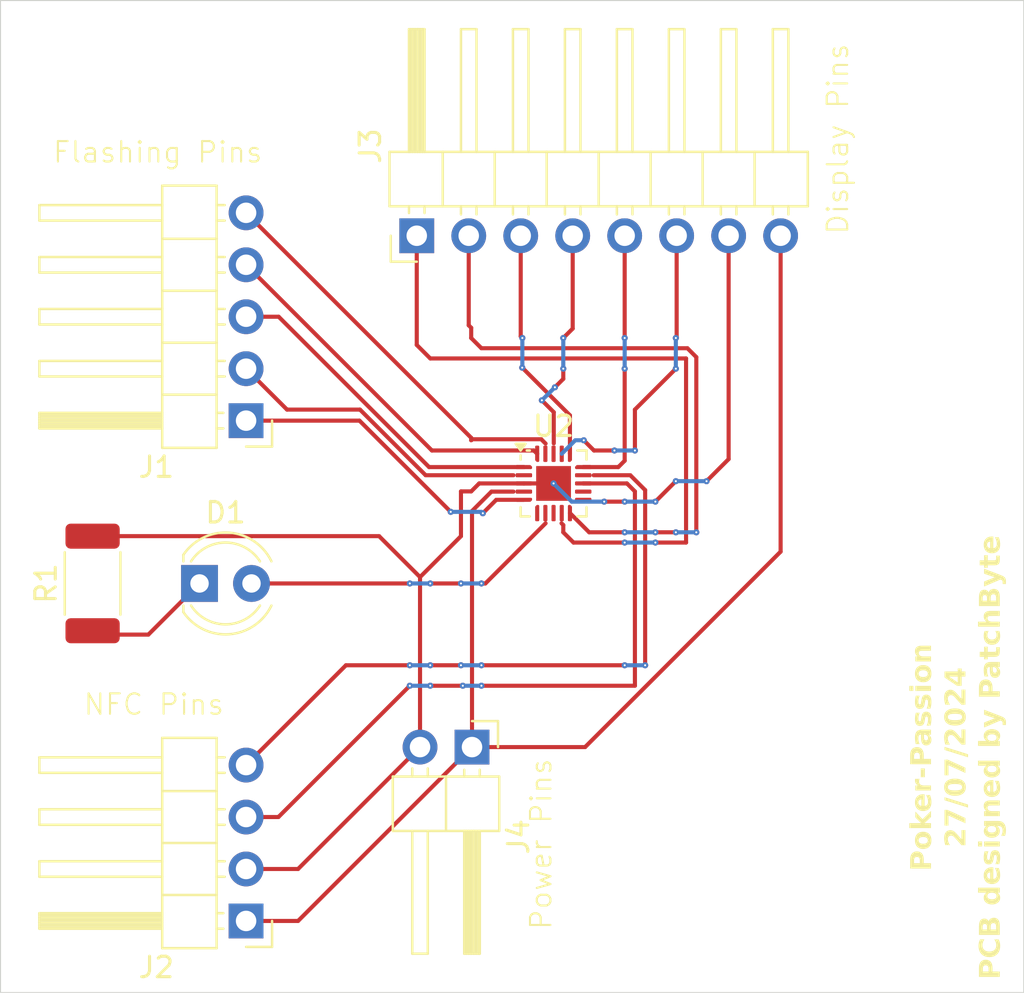
<source format=kicad_pcb>
(kicad_pcb (version 20240108) (generator "pcbnew") (generator_version "8.0")
  (layers (0 "F.Cu" signal) (31 "B.Cu" signal) (34 "B.Paste" user) (35 "F.Paste" user) (36 "B.SilkS" user "B.Silkscreen") (37 "F.SilkS" user "F.Silkscreen") (38 "B.Mask" user) (39 "F.Mask" user) (44 "Edge.Cuts" user))
  (net 0 "")
  (net 1 "Led0")
  (net 2 "Net-(D1-K)")
  (net 3 "/Sck0")
  (net 4 "/Ss0")
  (net 5 "/Miso0")
  (net 6 "/Mosi0")
  (net 7 "/Reset0")
  (net 8 "SDA")
  (net 9 "VCC")
  (net 10 "SCL")
  (net 11 "GND")
  (net 12 "DspRst")
  (net 13 "Miso1")
  (net 14 "Ss1")
  (net 15 "Sck1")
  (net 16 "DspBusy")
  (net 17 "Mosi1")
  (footprint "Resistor_SMD:R_2010_5025Metric" (layer "F.Cu") (at 29.5 53 90)
    (property "Reference" "R1" (at 0 -2.28 90) (layer "F.SilkS"))
    (property "Value" "1k Ohm")
    (fp_line (start -1.527064 -1.36) (end 1.527064 -1.36) (stroke (width 0.12)) (layer "F.SilkS"))
    (fp_line (start -1.527064 1.36) (end 1.527064 1.36) (stroke (width 0.12)) (layer "F.SilkS"))
    (pad "1" smd roundrect (at -2.3125 0 90) (size 1.225 2.65) (layers "F.Cu" "F.Paste" "F.Mask") (roundrect_rratio 0.204082) (net 2 "Net-(D1-K)"))
    (pad "2" smd roundrect (at 2.3125 0 90) (size 1.225 2.65) (layers "F.Cu" "F.Paste" "F.Mask") (roundrect_rratio 0.204082) (net 11 "GND"))
  )
  (footprint "LED_THT:LED_D4.0mm" (layer "F.Cu") (at 34.725 53)
    (property "Reference" "D1" (at 1.27 -3.46 0) (layer "F.SilkS"))
    (property "Value" "LED")
    (fp_line (start -0.79 -1.399) (end -0.79 -1.08) (stroke (width 0.12)) (layer "F.SilkS"))
    (fp_line (start -0.79 1.08) (end -0.79 1.399) (stroke (width 0.12)) (layer "F.SilkS"))
    (fp_arc (start -0.79 -1.398749) (mid 1.453519 -2.483228) (end 3.513242 -1.080724) (stroke (width 0.12)) (layer "F.SilkS"))
    (fp_arc (start -0.41333 -1.08) (mid 1.269429 -2) (end 2.952713 -1.080961) (stroke (width 0.12)) (layer "F.SilkS"))
    (fp_arc (start 2.952713 1.080961) (mid 1.269429 2) (end -0.41333 1.08) (stroke (width 0.12)) (layer "F.SilkS"))
    (fp_arc (start 3.513242 1.080724) (mid 1.453519 2.483228) (end -0.79 1.398749) (stroke (width 0.12)) (layer "F.SilkS"))
    (pad "1" thru_hole rect (at 0 0) (size 1.8 1.8) (drill 0.9) (layers "*.Cu" "*.Mask") (net 2 "Net-(D1-K)"))
    (pad "2" thru_hole circle (at 2.54 0) (size 1.8 1.8) (drill 0.9) (layers "*.Cu" "*.Mask") (net 1 "Led0"))
  )
  (footprint "Connector_PinHeader_2.54mm:PinHeader_1x08_P2.54mm_Horizontal" (layer "F.Cu") (at 45.34 36 90)
    (property "Reference" "J3" (at 4.385 -2.27 90) (layer "F.SilkS"))
    (property "Value" "Conn_01x08_Pin")
    (fp_line (start 4.1 -1.33) (end 1.44 -1.33) (stroke (width 0.12)) (layer "F.SilkS"))
    (fp_line (start 1.44 -1.33) (end 1.44 19.11) (stroke (width 0.12)) (layer "F.SilkS"))
    (fp_line (start -1.27 -1.27) (end 0 -1.27) (stroke (width 0.12)) (layer "F.SilkS"))
    (fp_line (start 10.1 -0.38) (end 10.1 0.38) (stroke (width 0.12)) (layer "F.SilkS"))
    (fp_line (start 4.1 -0.38) (end 10.1 -0.38) (stroke (width 0.12)) (layer "F.SilkS"))
    (fp_line (start 1.11 -0.38) (end 1.44 -0.38) (stroke (width 0.12)) (layer "F.SilkS"))
    (fp_line (start 4.1 -0.32) (end 10.1 -0.32) (stroke (width 0.12)) (layer "F.SilkS"))
    (fp_line (start 4.1 -0.2) (end 10.1 -0.2) (stroke (width 0.12)) (layer "F.SilkS"))
    (fp_line (start 4.1 -0.08) (end 10.1 -0.08) (stroke (width 0.12)) (layer "F.SilkS"))
    (fp_line (start -1.27 0) (end -1.27 -1.27) (stroke (width 0.12)) (layer "F.SilkS"))
    (fp_line (start 4.1 0.04) (end 10.1 0.04) (stroke (width 0.12)) (layer "F.SilkS"))
    (fp_line (start 4.1 0.16) (end 10.1 0.16) (stroke (width 0.12)) (layer "F.SilkS"))
    (fp_line (start 4.1 0.28) (end 10.1 0.28) (stroke (width 0.12)) (layer "F.SilkS"))
    (fp_line (start 10.1 0.38) (end 4.1 0.38) (stroke (width 0.12)) (layer "F.SilkS"))
    (fp_line (start 1.11 0.38) (end 1.44 0.38) (stroke (width 0.12)) (layer "F.SilkS"))
    (fp_line (start 1.44 1.27) (end 4.1 1.27) (stroke (width 0.12)) (layer "F.SilkS"))
    (fp_line (start 10.1 2.16) (end 10.1 2.92) (stroke (width 0.12)) (layer "F.SilkS"))
    (fp_line (start 4.1 2.16) (end 10.1 2.16) (stroke (width 0.12)) (layer "F.SilkS"))
    (fp_line (start 1.042929 2.16) (end 1.44 2.16) (stroke (width 0.12)) (layer "F.SilkS"))
    (fp_line (start 10.1 2.92) (end 4.1 2.92) (stroke (width 0.12)) (layer "F.SilkS"))
    (fp_line (start 1.042929 2.92) (end 1.44 2.92) (stroke (width 0.12)) (layer "F.SilkS"))
    (fp_line (start 1.44 3.81) (end 4.1 3.81) (stroke (width 0.12)) (layer "F.SilkS"))
    (fp_line (start 10.1 4.7) (end 10.1 5.46) (stroke (width 0.12)) (layer "F.SilkS"))
    (fp_line (start 4.1 4.7) (end 10.1 4.7) (stroke (width 0.12)) (layer "F.SilkS"))
    (fp_line (start 1.042929 4.7) (end 1.44 4.7) (stroke (width 0.12)) (layer "F.SilkS"))
    (fp_line (start 10.1 5.46) (end 4.1 5.46) (stroke (width 0.12)) (layer "F.SilkS"))
    (fp_line (start 1.042929 5.46) (end 1.44 5.46) (stroke (width 0.12)) (layer "F.SilkS"))
    (fp_line (start 1.44 6.35) (end 4.1 6.35) (stroke (width 0.12)) (layer "F.SilkS"))
    (fp_line (start 10.1 7.24) (end 10.1 8) (stroke (width 0.12)) (layer "F.SilkS"))
    (fp_line (start 4.1 7.24) (end 10.1 7.24) (stroke (width 0.12)) (layer "F.SilkS"))
    (fp_line (start 1.042929 7.24) (end 1.44 7.24) (stroke (width 0.12)) (layer "F.SilkS"))
    (fp_line (start 10.1 8) (end 4.1 8) (stroke (width 0.12)) (layer "F.SilkS"))
    (fp_line (start 1.042929 8) (end 1.44 8) (stroke (width 0.12)) (layer "F.SilkS"))
    (fp_line (start 1.44 8.89) (end 4.1 8.89) (stroke (width 0.12)) (layer "F.SilkS"))
    (fp_line (start 10.1 9.78) (end 10.1 10.54) (stroke (width 0.12)) (layer "F.SilkS"))
    (fp_line (start 4.1 9.78) (end 10.1 9.78) (stroke (width 0.12)) (layer "F.SilkS"))
    (fp_line (start 1.042929 9.78) (end 1.44 9.78) (stroke (width 0.12)) (layer "F.SilkS"))
    (fp_line (start 10.1 10.54) (end 4.1 10.54) (stroke (width 0.12)) (layer "F.SilkS"))
    (fp_line (start 1.042929 10.54) (end 1.44 10.54) (stroke (width 0.12)) (layer "F.SilkS"))
    (fp_line (start 1.44 11.43) (end 4.1 11.43) (stroke (width 0.12)) (layer "F.SilkS"))
    (fp_line (start 10.1 12.32) (end 10.1 13.08) (stroke (width 0.12)) (layer "F.SilkS"))
    (fp_line (start 4.1 12.32) (end 10.1 12.32) (stroke (width 0.12)) (layer "F.SilkS"))
    (fp_line (start 1.042929 12.32) (end 1.44 12.32) (stroke (width 0.12)) (layer "F.SilkS"))
    (fp_line (start 10.1 13.08) (end 4.1 13.08) (stroke (width 0.12)) (layer "F.SilkS"))
    (fp_line (start 1.042929 13.08) (end 1.44 13.08) (stroke (width 0.12)) (layer "F.SilkS"))
    (fp_line (start 1.44 13.97) (end 4.1 13.97) (stroke (width 0.12)) (layer "F.SilkS"))
    (fp_line (start 10.1 14.86) (end 10.1 15.62) (stroke (width 0.12)) (layer "F.SilkS"))
    (fp_line (start 4.1 14.86) (end 10.1 14.86) (stroke (width 0.12)) (layer "F.SilkS"))
    (fp_line (start 1.042929 14.86) (end 1.44 14.86) (stroke (width 0.12)) (layer "F.SilkS"))
    (fp_line (start 10.1 15.62) (end 4.1 15.62) (stroke (width 0.12)) (layer "F.SilkS"))
    (fp_line (start 1.042929 15.62) (end 1.44 15.62) (stroke (width 0.12)) (layer "F.SilkS"))
    (fp_line (start 1.44 16.51) (end 4.1 16.51) (stroke (width 0.12)) (layer "F.SilkS"))
    (fp_line (start 10.1 17.4) (end 10.1 18.16) (stroke (width 0.12)) (layer "F.SilkS"))
    (fp_line (start 4.1 17.4) (end 10.1 17.4) (stroke (width 0.12)) (layer "F.SilkS"))
    (fp_line (start 1.042929 17.4) (end 1.44 17.4) (stroke (width 0.12)) (layer "F.SilkS"))
    (fp_line (start 10.1 18.16) (end 4.1 18.16) (stroke (width 0.12)) (layer "F.SilkS"))
    (fp_line (start 1.042929 18.16) (end 1.44 18.16) (stroke (width 0.12)) (layer "F.SilkS"))
    (fp_line (start 4.1 19.11) (end 4.1 -1.33) (stroke (width 0.12)) (layer "F.SilkS"))
    (fp_line (start 1.44 19.11) (end 4.1 19.11) (stroke (width 0.12)) (layer "F.SilkS"))
    (pad "1" thru_hole rect (at 0 0 90) (size 1.7 1.7) (drill 1) (layers "*.Cu" "*.Mask") (net 12 "DspRst"))
    (pad "2" thru_hole oval (at 0 2.54 90) (size 1.7 1.7) (drill 1) (layers "*.Cu" "*.Mask") (net 16 "DspBusy"))
    (pad "3" thru_hole oval (at 0 5.08 90) (size 1.7 1.7) (drill 1) (layers "*.Cu" "*.Mask") (net 13 "Miso1"))
    (pad "4" thru_hole oval (at 0 7.62 90) (size 1.7 1.7) (drill 1) (layers "*.Cu" "*.Mask") (net 14 "Ss1"))
    (pad "5" thru_hole oval (at 0 10.16 90) (size 1.7 1.7) (drill 1) (layers "*.Cu" "*.Mask") (net 15 "Sck1"))
    (pad "6" thru_hole oval (at 0 12.7 90) (size 1.7 1.7) (drill 1) (layers "*.Cu" "*.Mask") (net 17 "Mosi1"))
    (pad "7" thru_hole oval (at 0 15.24 90) (size 1.7 1.7) (drill 1) (layers "*.Cu" "*.Mask") (net 11 "GND"))
    (pad "8" thru_hole oval (at 0 17.78 90) (size 1.7 1.7) (drill 1) (layers "*.Cu" "*.Mask") (net 9 "VCC"))
  )
  (footprint "Connector_PinHeader_2.54mm:PinHeader_1x02_P2.54mm_Horizontal" (layer "F.Cu") (at 48.04 61 -90)
    (property "Reference" "J4" (at 4.385 -2.27 90) (layer "F.SilkS"))
    (property "Value" "Conn_01x02_Pin")
    (fp_line (start 1.44 3.87) (end 4.1 3.87) (stroke (width 0.12)) (layer "F.SilkS"))
    (fp_line (start 4.1 3.87) (end 4.1 -1.33) (stroke (width 0.12)) (layer "F.SilkS"))
    (fp_line (start 1.042929 2.92) (end 1.44 2.92) (stroke (width 0.12)) (layer "F.SilkS"))
    (fp_line (start 10.1 2.92) (end 4.1 2.92) (stroke (width 0.12)) (layer "F.SilkS"))
    (fp_line (start 1.042929 2.16) (end 1.44 2.16) (stroke (width 0.12)) (layer "F.SilkS"))
    (fp_line (start 4.1 2.16) (end 10.1 2.16) (stroke (width 0.12)) (layer "F.SilkS"))
    (fp_line (start 10.1 2.16) (end 10.1 2.92) (stroke (width 0.12)) (layer "F.SilkS"))
    (fp_line (start 1.44 1.27) (end 4.1 1.27) (stroke (width 0.12)) (layer "F.SilkS"))
    (fp_line (start 1.11 0.38) (end 1.44 0.38) (stroke (width 0.12)) (layer "F.SilkS"))
    (fp_line (start 10.1 0.38) (end 4.1 0.38) (stroke (width 0.12)) (layer "F.SilkS"))
    (fp_line (start 4.1 0.28) (end 10.1 0.28) (stroke (width 0.12)) (layer "F.SilkS"))
    (fp_line (start 4.1 0.16) (end 10.1 0.16) (stroke (width 0.12)) (layer "F.SilkS"))
    (fp_line (start 4.1 0.04) (end 10.1 0.04) (stroke (width 0.12)) (layer "F.SilkS"))
    (fp_line (start -1.27 0) (end -1.27 -1.27) (stroke (width 0.12)) (layer "F.SilkS"))
    (fp_line (start 4.1 -0.08) (end 10.1 -0.08) (stroke (width 0.12)) (layer "F.SilkS"))
    (fp_line (start 4.1 -0.2) (end 10.1 -0.2) (stroke (width 0.12)) (layer "F.SilkS"))
    (fp_line (start 4.1 -0.32) (end 10.1 -0.32) (stroke (width 0.12)) (layer "F.SilkS"))
    (fp_line (start 1.11 -0.38) (end 1.44 -0.38) (stroke (width 0.12)) (layer "F.SilkS"))
    (fp_line (start 4.1 -0.38) (end 10.1 -0.38) (stroke (width 0.12)) (layer "F.SilkS"))
    (fp_line (start 10.1 -0.38) (end 10.1 0.38) (stroke (width 0.12)) (layer "F.SilkS"))
    (fp_line (start -1.27 -1.27) (end 0 -1.27) (stroke (width 0.12)) (layer "F.SilkS"))
    (fp_line (start 1.44 -1.33) (end 1.44 3.87) (stroke (width 0.12)) (layer "F.SilkS"))
    (fp_line (start 4.1 -1.33) (end 1.44 -1.33) (stroke (width 0.12)) (layer "F.SilkS"))
    (pad "1" thru_hole rect (at 0 0 270) (size 1.7 1.7) (drill 1) (layers "*.Cu" "*.Mask") (net 9 "VCC"))
    (pad "2" thru_hole oval (at 0 2.54 270) (size 1.7 1.7) (drill 1) (layers "*.Cu" "*.Mask") (net 11 "GND"))
  )
  (footprint "Connector_PinHeader_2.54mm:PinHeader_1x04_P2.54mm_Horizontal" (layer "F.Cu") (at 37 69.5 180)
    (property "Reference" "J2" (at 4.385 -2.27 360) (layer "F.SilkS"))
    (property "Value" "Conn_01x04_Pin")
    (fp_line (start 10.1 8) (end 4.1 8) (stroke (width 0.12)) (layer "F.SilkS"))
    (fp_line (start 10.1 7.24) (end 10.1 8) (stroke (width 0.12)) (layer "F.SilkS"))
    (fp_line (start 10.1 5.46) (end 4.1 5.46) (stroke (width 0.12)) (layer "F.SilkS"))
    (fp_line (start 10.1 4.7) (end 10.1 5.46) (stroke (width 0.12)) (layer "F.SilkS"))
    (fp_line (start 10.1 2.92) (end 4.1 2.92) (stroke (width 0.12)) (layer "F.SilkS"))
    (fp_line (start 10.1 2.16) (end 10.1 2.92) (stroke (width 0.12)) (layer "F.SilkS"))
    (fp_line (start 10.1 0.38) (end 4.1 0.38) (stroke (width 0.12)) (layer "F.SilkS"))
    (fp_line (start 10.1 -0.38) (end 10.1 0.38) (stroke (width 0.12)) (layer "F.SilkS"))
    (fp_line (start 4.1 8.95) (end 4.1 -1.33) (stroke (width 0.12)) (layer "F.SilkS"))
    (fp_line (start 4.1 7.24) (end 10.1 7.24) (stroke (width 0.12)) (layer "F.SilkS"))
    (fp_line (start 4.1 4.7) (end 10.1 4.7) (stroke (width 0.12)) (layer "F.SilkS"))
    (fp_line (start 4.1 2.16) (end 10.1 2.16) (stroke (width 0.12)) (layer "F.SilkS"))
    (fp_line (start 4.1 0.28) (end 10.1 0.28) (stroke (width 0.12)) (layer "F.SilkS"))
    (fp_line (start 4.1 0.16) (end 10.1 0.16) (stroke (width 0.12)) (layer "F.SilkS"))
    (fp_line (start 4.1 0.04) (end 10.1 0.04) (stroke (width 0.12)) (layer "F.SilkS"))
    (fp_line (start 4.1 -0.08) (end 10.1 -0.08) (stroke (width 0.12)) (layer "F.SilkS"))
    (fp_line (start 4.1 -0.2) (end 10.1 -0.2) (stroke (width 0.12)) (layer "F.SilkS"))
    (fp_line (start 4.1 -0.32) (end 10.1 -0.32) (stroke (width 0.12)) (layer "F.SilkS"))
    (fp_line (start 4.1 -0.38) (end 10.1 -0.38) (stroke (width 0.12)) (layer "F.SilkS"))
    (fp_line (start 4.1 -1.33) (end 1.44 -1.33) (stroke (width 0.12)) (layer "F.SilkS"))
    (fp_line (start 1.44 8.95) (end 4.1 8.95) (stroke (width 0.12)) (layer "F.SilkS"))
    (fp_line (start 1.44 6.35) (end 4.1 6.35) (stroke (width 0.12)) (layer "F.SilkS"))
    (fp_line (start 1.44 3.81) (end 4.1 3.81) (stroke (width 0.12)) (layer "F.SilkS"))
    (fp_line (start 1.44 1.27) (end 4.1 1.27) (stroke (width 0.12)) (layer "F.SilkS"))
    (fp_line (start 1.44 -1.33) (end 1.44 8.95) (stroke (width 0.12)) (layer "F.SilkS"))
    (fp_line (start 1.11 0.38) (end 1.44 0.38) (stroke (width 0.12)) (layer "F.SilkS"))
    (fp_line (start 1.11 -0.38) (end 1.44 -0.38) (stroke (width 0.12)) (layer "F.SilkS"))
    (fp_line (start 1.042929 8) (end 1.44 8) (stroke (width 0.12)) (layer "F.SilkS"))
    (fp_line (start 1.042929 7.24) (end 1.44 7.24) (stroke (width 0.12)) (layer "F.SilkS"))
    (fp_line (start 1.042929 5.46) (end 1.44 5.46) (stroke (width 0.12)) (layer "F.SilkS"))
    (fp_line (start 1.042929 4.7) (end 1.44 4.7) (stroke (width 0.12)) (layer "F.SilkS"))
    (fp_line (start 1.042929 2.92) (end 1.44 2.92) (stroke (width 0.12)) (layer "F.SilkS"))
    (fp_line (start 1.042929 2.16) (end 1.44 2.16) (stroke (width 0.12)) (layer "F.SilkS"))
    (fp_line (start -1.27 0) (end -1.27 -1.27) (stroke (width 0.12)) (layer "F.SilkS"))
    (fp_line (start -1.27 -1.27) (end 0 -1.27) (stroke (width 0.12)) (layer "F.SilkS"))
    (pad "1" thru_hole rect (at 0 0 180) (size 1.7 1.7) (drill 1) (layers "*.Cu" "*.Mask") (net 9 "VCC"))
    (pad "2" thru_hole oval (at 0 2.54 180) (size 1.7 1.7) (drill 1) (layers "*.Cu" "*.Mask") (net 11 "GND"))
    (pad "3" thru_hole oval (at 0 5.08 180) (size 1.7 1.7) (drill 1) (layers "*.Cu" "*.Mask") (net 8 "SDA"))
    (pad "4" thru_hole oval (at 0 7.62 180) (size 1.7 1.7) (drill 1) (layers "*.Cu" "*.Mask") (net 10 "SCL"))
  )
  (footprint "Connector_PinHeader_2.54mm:PinHeader_1x05_P2.54mm_Horizontal" (layer "F.Cu") (at 37 45.04 180)
    (property "Reference" "J1" (at 4.385 -2.27 360) (layer "F.SilkS"))
    (property "Value" "Conn_01x05_Pin")
    (fp_line (start 10.1 10.54) (end 4.1 10.54) (stroke (width 0.12)) (layer "F.SilkS"))
    (fp_line (start 10.1 9.78) (end 10.1 10.54) (stroke (width 0.12)) (layer "F.SilkS"))
    (fp_line (start 10.1 8) (end 4.1 8) (stroke (width 0.12)) (layer "F.SilkS"))
    (fp_line (start 10.1 7.24) (end 10.1 8) (stroke (width 0.12)) (layer "F.SilkS"))
    (fp_line (start 10.1 5.46) (end 4.1 5.46) (stroke (width 0.12)) (layer "F.SilkS"))
    (fp_line (start 10.1 4.7) (end 10.1 5.46) (stroke (width 0.12)) (layer "F.SilkS"))
    (fp_line (start 10.1 2.92) (end 4.1 2.92) (stroke (width 0.12)) (layer "F.SilkS"))
    (fp_line (start 10.1 2.16) (end 10.1 2.92) (stroke (width 0.12)) (layer "F.SilkS"))
    (fp_line (start 10.1 0.38) (end 4.1 0.38) (stroke (width 0.12)) (layer "F.SilkS"))
    (fp_line (start 10.1 -0.38) (end 10.1 0.38) (stroke (width 0.12)) (layer "F.SilkS"))
    (fp_line (start 4.1 11.49) (end 4.1 -1.33) (stroke (width 0.12)) (layer "F.SilkS"))
    (fp_line (start 4.1 9.78) (end 10.1 9.78) (stroke (width 0.12)) (layer "F.SilkS"))
    (fp_line (start 4.1 7.24) (end 10.1 7.24) (stroke (width 0.12)) (layer "F.SilkS"))
    (fp_line (start 4.1 4.7) (end 10.1 4.7) (stroke (width 0.12)) (layer "F.SilkS"))
    (fp_line (start 4.1 2.16) (end 10.1 2.16) (stroke (width 0.12)) (layer "F.SilkS"))
    (fp_line (start 4.1 0.28) (end 10.1 0.28) (stroke (width 0.12)) (layer "F.SilkS"))
    (fp_line (start 4.1 0.16) (end 10.1 0.16) (stroke (width 0.12)) (layer "F.SilkS"))
    (fp_line (start 4.1 0.04) (end 10.1 0.04) (stroke (width 0.12)) (layer "F.SilkS"))
    (fp_line (start 4.1 -0.08) (end 10.1 -0.08) (stroke (width 0.12)) (layer "F.SilkS"))
    (fp_line (start 4.1 -0.2) (end 10.1 -0.2) (stroke (width 0.12)) (layer "F.SilkS"))
    (fp_line (start 4.1 -0.32) (end 10.1 -0.32) (stroke (width 0.12)) (layer "F.SilkS"))
    (fp_line (start 4.1 -0.38) (end 10.1 -0.38) (stroke (width 0.12)) (layer "F.SilkS"))
    (fp_line (start 4.1 -1.33) (end 1.44 -1.33) (stroke (width 0.12)) (layer "F.SilkS"))
    (fp_line (start 1.44 11.49) (end 4.1 11.49) (stroke (width 0.12)) (layer "F.SilkS"))
    (fp_line (start 1.44 8.89) (end 4.1 8.89) (stroke (width 0.12)) (layer "F.SilkS"))
    (fp_line (start 1.44 6.35) (end 4.1 6.35) (stroke (width 0.12)) (layer "F.SilkS"))
    (fp_line (start 1.44 3.81) (end 4.1 3.81) (stroke (width 0.12)) (layer "F.SilkS"))
    (fp_line (start 1.44 1.27) (end 4.1 1.27) (stroke (width 0.12)) (layer "F.SilkS"))
    (fp_line (start 1.44 -1.33) (end 1.44 11.49) (stroke (width 0.12)) (layer "F.SilkS"))
    (fp_line (start 1.11 0.38) (end 1.44 0.38) (stroke (width 0.12)) (layer "F.SilkS"))
    (fp_line (start 1.11 -0.38) (end 1.44 -0.38) (stroke (width 0.12)) (layer "F.SilkS"))
    (fp_line (start 1.042929 10.54) (end 1.44 10.54) (stroke (width 0.12)) (layer "F.SilkS"))
    (fp_line (start 1.042929 9.78) (end 1.44 9.78) (stroke (width 0.12)) (layer "F.SilkS"))
    (fp_line (start 1.042929 8) (end 1.44 8) (stroke (width 0.12)) (layer "F.SilkS"))
    (fp_line (start 1.042929 7.24) (end 1.44 7.24) (stroke (width 0.12)) (layer "F.SilkS"))
    (fp_line (start 1.042929 5.46) (end 1.44 5.46) (stroke (width 0.12)) (layer "F.SilkS"))
    (fp_line (start 1.042929 4.7) (end 1.44 4.7) (stroke (width 0.12)) (layer "F.SilkS"))
    (fp_line (start 1.042929 2.92) (end 1.44 2.92) (stroke (width 0.12)) (layer "F.SilkS"))
    (fp_line (start 1.042929 2.16) (end 1.44 2.16) (stroke (width 0.12)) (layer "F.SilkS"))
    (fp_line (start -1.27 0) (end -1.27 -1.27) (stroke (width 0.12)) (layer "F.SilkS"))
    (fp_line (start -1.27 -1.27) (end 0 -1.27) (stroke (width 0.12)) (layer "F.SilkS"))
    (pad "1" thru_hole rect (at 0 0 180) (size 1.7 1.7) (drill 1) (layers "*.Cu" "*.Mask") (net 4 "/Ss0"))
    (pad "2" thru_hole oval (at 0 2.54 180) (size 1.7 1.7) (drill 1) (layers "*.Cu" "*.Mask") (net 3 "/Sck0"))
    (pad "3" thru_hole oval (at 0 5.08 180) (size 1.7 1.7) (drill 1) (layers "*.Cu" "*.Mask") (net 5 "/Miso0"))
    (pad "4" thru_hole oval (at 0 7.62 180) (size 1.7 1.7) (drill 1) (layers "*.Cu" "*.Mask") (net 6 "/Mosi0"))
    (pad "5" thru_hole oval (at 0 10.16 180) (size 1.7 1.7) (drill 1) (layers "*.Cu" "*.Mask") (net 7 "/Reset0"))
  )
  (footprint "Package_DFN_QFN:VQFN-20-1EP_3x3mm_P0.4mm_EP1.7x1.7mm" (layer "F.Cu") (at 52.025 48.11)
    (property "Reference" "U2" (at 0 -2.8 0) (layer "F.SilkS"))
    (property "Value" "ATtiny1616-M")
    (fp_line (start -1.61 -1.16) (end -1.61 -1.37) (stroke (width 0.12)) (layer "F.SilkS"))
    (fp_line (start -1.61 1.61) (end -1.61 1.16) (stroke (width 0.12)) (layer "F.SilkS"))
    (fp_line (start -1.16 -1.61) (end -1.31 -1.61) (stroke (width 0.12)) (layer "F.SilkS"))
    (fp_line (start -1.16 1.61) (end -1.61 1.61) (stroke (width 0.12)) (layer "F.SilkS"))
    (fp_line (start 1.16 -1.61) (end 1.61 -1.61) (stroke (width 0.12)) (layer "F.SilkS"))
    (fp_line (start 1.16 1.61) (end 1.61 1.61) (stroke (width 0.12)) (layer "F.SilkS"))
    (fp_line (start 1.61 -1.61) (end 1.61 -1.16) (stroke (width 0.12)) (layer "F.SilkS"))
    (fp_line (start 1.61 1.61) (end 1.61 1.16) (stroke (width 0.12)) (layer "F.SilkS"))
    (fp_poly (pts (xy -1.61 -1.61) (xy -1.85 -1.94) (xy -1.37 -1.94) (xy -1.61 -1.61)) (stroke (width 0.12)) (fill solid) (layer "F.SilkS"))
    (pad "1" smd custom (at -1.45 -0.8) (size 0.143431 0.143431) (layers "F.Cu" "F.Paste" "F.Mask") (net 5 "/Miso0") (options (clearance outline) (anchor circle)) (primitives (gr_poly (pts (xy -0.35 -0.05) (xy 0.299289 -0.05) (xy 0.35 0.000711) (xy 0.35 0.05) (xy -0.35 0.05)) (width 0.1) (fill yes))))
    (pad "2" smd roundrect (at -1.45 -0.4) (size 0.8 0.2) (layers "F.Cu" "F.Paste" "F.Mask") (net 3 "/Sck0"))
    (pad "3" smd roundrect (at -1.45 0) (size 0.8 0.2) (layers "F.Cu" "F.Paste" "F.Mask") (net 11 "GND"))
    (pad "4" smd roundrect (at -1.45 0.4) (size 0.8 0.2) (layers "F.Cu" "F.Paste" "F.Mask") (net 9 "VCC"))
    (pad "5" smd custom (at -1.45 0.8) (size 0.143431 0.143431) (layers "F.Cu" "F.Paste" "F.Mask") (net 4 "/Ss0") (options (clearance outline) (anchor circle)) (primitives (gr_poly (pts (xy -0.35 -0.05) (xy 0.35 -0.05) (xy 0.35 -0.000711) (xy 0.299289 0.05) (xy -0.35 0.05)) (width 0.1) (fill yes))))
    (pad "6" smd custom (at -0.8 1.45) (size 0.143431 0.143431) (layers "F.Cu" "F.Paste" "F.Mask") (options (clearance outline) (anchor circle)) (primitives (gr_poly (pts (xy -0.05 -0.299289) (xy 0.000711 -0.35) (xy 0.05 -0.35) (xy 0.05 0.35) (xy -0.05 0.35)) (width 0.1) (fill yes))))
    (pad "7" smd roundrect (at -0.4 1.45) (size 0.2 0.8) (layers "F.Cu" "F.Paste" "F.Mask") (net 1 "Led0"))
    (pad "8" smd roundrect (at 0 1.45) (size 0.2 0.8) (layers "F.Cu" "F.Paste" "F.Mask"))
    (pad "9" smd roundrect (at 0.4 1.45) (size 0.2 0.8) (layers "F.Cu" "F.Paste" "F.Mask") (net 12 "DspRst"))
    (pad "10" smd custom (at 0.8 1.45) (size 0.143431 0.143431) (layers "F.Cu" "F.Paste" "F.Mask") (net 16 "DspBusy") (options (clearance outline) (anchor circle)) (primitives (gr_poly (pts (xy -0.05 -0.35) (xy -0.000711 -0.35) (xy 0.05 -0.299289) (xy 0.05 0.35) (xy -0.05 0.35)) (width 0.1) (fill yes))))
    (pad "11" smd custom (at 1.45 0.8) (size 0.143431 0.143431) (layers "F.Cu" "F.Paste" "F.Mask") (options (clearance outline) (anchor circle)) (primitives (gr_poly (pts (xy -0.35 -0.05) (xy 0.35 -0.05) (xy 0.35 0.05) (xy -0.299289 0.05) (xy -0.35 -0.000711)) (width 0.1) (fill yes))))
    (pad "12" smd roundrect (at 1.45 0.4) (size 0.8 0.2) (layers "F.Cu" "F.Paste" "F.Mask"))
    (pad "13" smd roundrect (at 1.45 0) (size 0.8 0.2) (layers "F.Cu" "F.Paste" "F.Mask") (net 8 "SDA"))
    (pad "14" smd roundrect (at 1.45 -0.4) (size 0.8 0.2) (layers "F.Cu" "F.Paste" "F.Mask") (net 10 "SCL"))
    (pad "15" smd custom (at 1.45 -0.8) (size 0.143431 0.143431) (layers "F.Cu" "F.Paste" "F.Mask") (net 15 "Sck1") (options (clearance outline) (anchor circle)) (primitives (gr_poly (pts (xy -0.35 0.000711) (xy -0.299289 -0.05) (xy 0.35 -0.05) (xy 0.35 0.05) (xy -0.35 0.05)) (width 0.1) (fill yes))))
    (pad "16" smd custom (at 0.8 -1.45) (size 0.143431 0.143431) (layers "F.Cu" "F.Paste" "F.Mask") (net 13 "Miso1") (options (clearance outline) (anchor circle)) (primitives (gr_poly (pts (xy -0.05 -0.35) (xy 0.05 -0.35) (xy 0.05 0.299289) (xy -0.000711 0.35) (xy -0.05 0.35)) (width 0.1) (fill yes))))
    (pad "17" smd roundrect (at 0.4 -1.45) (size 0.2 0.8) (layers "F.Cu" "F.Paste" "F.Mask") (net 17 "Mosi1"))
    (pad "18" smd roundrect (at 0 -1.45) (size 0.2 0.8) (layers "F.Cu" "F.Paste" "F.Mask") (net 14 "Ss1"))
    (pad "19" smd roundrect (at -0.4 -1.45) (size 0.2 0.8) (layers "F.Cu" "F.Paste" "F.Mask") (net 7 "/Reset0"))
    (pad "20" smd custom (at -0.8 -1.45) (size 0.143431 0.143431) (layers "F.Cu" "F.Paste" "F.Mask") (net 6 "/Mosi0") (options (clearance outline) (anchor circle)) (primitives (gr_poly (pts (xy -0.05 -0.35) (xy 0.05 -0.35) (xy 0.05 0.35) (xy 0.000711 0.35) (xy -0.05 0.299289)) (width 0.1) (fill yes))))
    (pad "21" smd rect (at 0 0) (size 1.7 1.7) (property pad_prop_heatsink) (layers "F.Cu" "F.Mask") (net 11 "GND"))
  )
  (gr_rect (start 25 24.5) (end 75 73) (stroke (width 0.05)) (fill none) (layer "Edge.Cuts"))
  (gr_text "Flashing Pins" (at 27.5 32.5 0) (layer "F.SilkS") (effects (font (size 1 1) (thickness 0.1)) (justify left bottom)))
  (gr_text "NFC Pins" (at 29 59.5 0) (layer "F.SilkS") (effects (font (size 1 1) (thickness 0.1)) (justify left bottom)))
  (gr_text "Power Pins" (at 52 70 90) (layer "F.SilkS") (effects (font (size 1 1) (thickness 0.1)) (justify left bottom)))
  (gr_text "Poker-Passion\n27/07/2024\nPCB designed by PatchByte" (at 74 61.5 90) (layer "F.SilkS") (effects (font (size 1 1) (thickness 0.2) (bold yes)) (justify bottom)))
  (gr_text "Display Pins" (at 66.5 36 90) (layer "F.SilkS") (effects (font (size 1 1) (thickness 0.1)) (justify left bottom)))
  (segment (start 37.265 53) (end 45 53) (width 0.2) (layer "F.Cu") (net 1))
  (segment (start 48.69358 53) (end 51.635 50.05858) (width 0.2) (layer "F.Cu") (net 1))
  (segment (start 46 53) (end 47.5 53) (width 0.2) (layer "F.Cu") (net 1))
  (segment (start 48.5 53) (end 48.69358 53) (width 0.2) (layer "F.Cu") (net 1))
  (via micro (at 47.5 53) (size 0.3) (drill 0.1) (layers "F.Cu" "B.Cu") (net 1))
  (via micro (at 48.5 53) (size 0.3) (drill 0.1) (layers "F.Cu" "B.Cu") (net 1))
  (via micro (at 46 53) (size 0.3) (drill 0.1) (layers "F.Cu" "B.Cu") (net 1))
  (via micro (at 45 53) (size 0.3) (drill 0.1) (layers "F.Cu" "B.Cu") (net 1))
  (segment (start 45 53) (end 46 53) (width 0.2) (layer "B.Cu") (net 1))
  (segment (start 47.5 53) (end 48.5 53) (width 0.2) (layer "B.Cu") (net 1))
  (segment (start 29.6875 55.5) (end 29.5 55.3125) (width 0.2) (layer "F.Cu") (net 2))
  (segment (start 32.225 55.5) (end 29.6875 55.5) (width 0.2) (layer "F.Cu") (net 2))
  (segment (start 34.725 53) (end 32.225 55.5) (width 0.2) (layer "F.Cu") (net 2))
  (segment (start 39 44.5) (end 42.565686 44.5) (width 0.2) (layer "F.Cu") (net 3))
  (segment (start 45.775686 47.71) (end 50.06642 47.71) (width 0.2) (layer "F.Cu") (net 3))
  (segment (start 37 42.5) (end 39 44.5) (width 0.2) (layer "F.Cu") (net 3))
  (segment (start 42.565686 44.5) (end 45.775686 47.71) (width 0.2) (layer "F.Cu") (net 3))
  (segment (start 48.568199 49.568199) (end 49.226398 48.91) (width 0.2) (layer "F.Cu") (net 4))
  (segment (start 49.226398 48.91) (end 50.575 48.91) (width 0.2) (layer "F.Cu") (net 4))
  (segment (start 42.54 45.04) (end 47 49.5) (width 0.2) (layer "F.Cu") (net 4))
  (segment (start 37 45.04) (end 42.54 45.04) (width 0.2) (layer "F.Cu") (net 4))
  (via micro (at 47 49.5) (size 0.3) (drill 0.1) (layers "F.Cu" "B.Cu") (net 4))
  (via micro (at 48.568199 49.568199) (size 0.3) (drill 0.1) (layers "F.Cu" "B.Cu") (net 4))
  (segment (start 47 49.5) (end 48.5 49.5) (width 0.2) (layer "B.Cu") (net 4))
  (segment (start 48.5 49.5) (end 48.568199 49.568199) (width 0.2) (layer "B.Cu") (net 4))
  (segment (start 45.941372 47.31) (end 38.591372 39.96) (width 0.2) (layer "F.Cu") (net 5))
  (segment (start 38.591372 39.96) (end 37 39.96) (width 0.2) (layer "F.Cu") (net 5))
  (segment (start 50.575 47.31) (end 45.941372 47.31) (width 0.2) (layer "F.Cu") (net 5))
  (segment (start 37 37.42) (end 46.08 46.5) (width 0.2) (layer "F.Cu") (net 6))
  (segment (start 51.065 46.5) (end 51.225 46.66) (width 0.2) (layer "F.Cu") (net 6))
  (segment (start 46.08 46.5) (end 51.065 46.5) (width 0.2) (layer "F.Cu") (net 6))
  (segment (start 37 34.88) (end 48 45.88) (width 0.2) (layer "F.Cu") (net 7))
  (segment (start 48.05 45.95) (end 51.42358 45.95) (width 0.2) (layer "F.Cu") (net 7))
  (segment (start 48 45.88) (end 48 46) (width 0.2) (layer "F.Cu") (net 7))
  (segment (start 48 46) (end 48.05 45.95) (width 0.2) (layer "F.Cu") (net 7))
  (segment (start 51.42358 45.95) (end 51.635 46.16142) (width 0.2) (layer "F.Cu") (net 7))
  (segment (start 56 58) (end 56 48.5) (width 0.2) (layer "F.Cu") (net 8))
  (segment (start 37 64.42) (end 38.58 64.42) (width 0.2) (layer "F.Cu") (net 8))
  (segment (start 55.61 48.11) (end 53.475 48.11) (width 0.2) (layer "F.Cu") (net 8))
  (segment (start 48.5 58) (end 56 58) (width 0.2) (layer "F.Cu") (net 8))
  (segment (start 38.58 64.42) (end 45 58) (width 0.2) (layer "F.Cu") (net 8))
  (segment (start 56 48.5) (end 55.61 48.11) (width 0.2) (layer "F.Cu") (net 8))
  (segment (start 46 58) (end 47.59 58) (width 0.2) (layer "F.Cu") (net 8))
  (via micro (at 47.59 58) (size 0.3) (drill 0.1) (layers "F.Cu" "B.Cu") (net 8))
  (via micro (at 48.5 58) (size 0.3) (drill 0.1) (layers "F.Cu" "B.Cu") (net 8))
  (via micro (at 46 58) (size 0.3) (drill 0.1) (layers "F.Cu" "B.Cu") (net 8))
  (via micro (at 45 58) (size 0.3) (drill 0.1) (layers "F.Cu" "B.Cu") (net 8))
  (segment (start 47.59 58) (end 48.5 58) (width 0.2) (layer "B.Cu") (net 8))
  (segment (start 45 58) (end 46 58) (width 0.2) (layer "B.Cu") (net 8))
  (segment (start 63.12 36) (end 63.12 51.445685) (width 0.2) (layer "F.Cu") (net 9))
  (segment (start 48.04 61) (end 48.04 49.46) (width 0.2) (layer "F.Cu") (net 9))
  (segment (start 53.565685 61) (end 48.04 61) (width 0.2) (layer "F.Cu") (net 9))
  (segment (start 39.54 69.5) (end 48.04 61) (width 0.2) (layer "F.Cu") (net 9))
  (segment (start 48.99 48.51) (end 50.06642 48.51) (width 0.2) (layer "F.Cu") (net 9))
  (segment (start 37 69.5) (end 39.54 69.5) (width 0.2) (layer "F.Cu") (net 9))
  (segment (start 48.04 49.46) (end 48.99 48.51) (width 0.2) (layer "F.Cu") (net 9))
  (segment (start 63.12 51.445685) (end 53.565685 61) (width 0.2) (layer "F.Cu") (net 9))
  (segment (start 37 61.88) (end 41.88 57) (width 0.2) (layer "F.Cu") (net 10))
  (segment (start 55.775686 47.71) (end 53.98358 47.71) (width 0.2) (layer "F.Cu") (net 10))
  (segment (start 48.5 57) (end 55.5 57) (width 0.2) (layer "F.Cu") (net 10))
  (segment (start 41.88 57) (end 45 57) (width 0.2) (layer "F.Cu") (net 10))
  (segment (start 56.5 48.434314) (end 55.775686 47.71) (width 0.2) (layer "F.Cu") (net 10))
  (segment (start 46 57) (end 47.5 57) (width 0.2) (layer "F.Cu") (net 10))
  (segment (start 56.5 57) (end 56.5 48.434314) (width 0.2) (layer "F.Cu") (net 10))
  (via micro (at 45 57) (size 0.3) (drill 0.1) (layers "F.Cu" "B.Cu") (net 10))
  (via micro (at 55.5 57) (size 0.3) (drill 0.1) (layers "F.Cu" "B.Cu") (net 10))
  (via micro (at 47.5 57) (size 0.3) (drill 0.1) (layers "F.Cu" "B.Cu") (net 10))
  (via micro (at 46 57) (size 0.3) (drill 0.1) (layers "F.Cu" "B.Cu") (net 10))
  (via micro (at 56.5 57) (size 0.3) (drill 0.1) (layers "F.Cu" "B.Cu") (net 10))
  (via micro (at 48.5 57) (size 0.3) (drill 0.1) (layers "F.Cu" "B.Cu") (net 10))
  (segment (start 47.5 57) (end 48.5 57) (width 0.2) (layer "B.Cu") (net 10))
  (segment (start 45 57) (end 46 57) (width 0.2) (layer "B.Cu") (net 10))
  (segment (start 55.5 57) (end 56.5 57) (width 0.2) (layer "B.Cu") (net 10))
  (segment (start 47.5 50.68864) (end 47.5 48.5) (width 0.2) (layer "F.Cu") (net 11))
  (segment (start 50.575 48.11) (end 52.025 48.11) (width 0.2) (layer "F.Cu") (net 11))
  (segment (start 55.5 49) (end 54.5 49) (width 0.2) (layer "F.Cu") (net 11))
  (segment (start 39.54 66.96) (end 45.5 61) (width 0.2) (layer "F.Cu") (net 11))
  (segment (start 29.5 50.6875) (end 43.49886 50.6875) (width 0.2) (layer "F.Cu") (net 11))
  (segment (start 60.58 46.92) (end 59.5 48) (width 0.2) (layer "F.Cu") (net 11))
  (segment (start 48.39 48.11) (end 50.575 48.11) (width 0.2) (layer "F.Cu") (net 11))
  (segment (start 45.5 52.68864) (end 47.5 50.68864) (width 0.2) (layer "F.Cu") (net 11))
  (segment (start 58 48) (end 57 49) (width 0.2) (layer "F.Cu") (net 11))
  (segment (start 37 66.96) (end 39.54 66.96) (width 0.2) (layer "F.Cu") (net 11))
  (segment (start 48 48.5) (end 48.39 48.11) (width 0.2) (layer "F.Cu") (net 11))
  (segment (start 45.5 61) (end 45.5 52.68864) (width 0.2) (layer "F.Cu") (net 11))
  (segment (start 47.5 48.5) (end 48 48.5) (width 0.2) (layer "F.Cu") (net 11))
  (segment (start 60.58 36) (end 60.58 46.92) (width 0.2) (layer "F.Cu") (net 11))
  (segment (start 43.49886 50.6875) (end 45.5 52.68864) (width 0.2) (layer "F.Cu") (net 11))
  (via micro (at 58 48) (size 0.3) (drill 0.1) (layers "F.Cu" "B.Cu") (net 11))
  (via micro (at 52.025 48.11) (size 0.3) (drill 0.1) (layers "F.Cu" "B.Cu") (net 11))
  (via micro (at 59.5 48) (size 0.3) (drill 0.1) (layers "F.Cu" "B.Cu") (net 11))
  (via micro (at 55.5 49) (size 0.3) (drill 0.1) (layers "F.Cu" "B.Cu") (net 11))
  (via micro (at 54.5 49) (size 0.3) (drill 0.1) (layers "F.Cu" "B.Cu") (net 11))
  (via micro (at 57 49) (size 0.3) (drill 0.1) (layers "F.Cu" "B.Cu") (net 11))
  (segment (start 52.915 49) (end 52.025 48.11) (width 0.2) (layer "B.Cu") (net 11))
  (segment (start 59.5 48) (end 58 48) (width 0.2) (layer "B.Cu") (net 11))
  (segment (start 57 49) (end 55.5 49) (width 0.2) (layer "B.Cu") (net 11))
  (segment (start 54.5 49) (end 52.915 49) (width 0.2) (layer "B.Cu") (net 11))
  (segment (start 58.5 42) (end 58.5 51) (width 0.2) (layer "F.Cu") (net 12))
  (segment (start 52.5 50.5) (end 52.5 50.14358) (width 0.2) (layer "F.Cu") (net 12))
  (segment (start 52.5 50.14358) (end 52.415 50.05858) (width 0.2) (layer "F.Cu") (net 12))
  (segment (start 45.34 36) (end 45.34 41.34) (width 0.2) (layer "F.Cu") (net 12))
  (segment (start 55.5 51) (end 53 51) (width 0.2) (layer "F.Cu") (net 12))
  (segment (start 58.5 51) (end 57 51) (width 0.2) (layer "F.Cu") (net 12))
  (segment (start 46 42) (end 58.5 42) (width 0.2) (layer "F.Cu") (net 12))
  (segment (start 45.34 41.34) (end 46 42) (width 0.2) (layer "F.Cu") (net 12))
  (segment (start 53 51) (end 52.5 50.5) (width 0.2) (layer "F.Cu") (net 12))
  (via micro (at 55.5 51) (size 0.3) (drill 0.1) (layers "F.Cu" "B.Cu") (net 12))
  (via micro (at 57 51) (size 0.3) (drill 0.1) (layers "F.Cu" "B.Cu") (net 12))
  (segment (start 57 51) (end 55.5 51) (width 0.2) (layer "B.Cu") (net 12))
  (segment (start 52.825 44.780865) (end 52.825 46.66) (width 0.2) (layer "F.Cu") (net 13))
  (segment (start 50.42 40.92) (end 50.5 41) (width 0.2) (layer "F.Cu") (net 13))
  (segment (start 50.42 36) (end 50.42 40.92) (width 0.2) (layer "F.Cu") (net 13))
  (segment (start 50.494135 42.45) (end 52.825 44.780865) (width 0.2) (layer "F.Cu") (net 13))
  (via micro (at 50.5 41) (size 0.3) (drill 0.1) (layers "F.Cu" "B.Cu") (net 13))
  (via micro (at 50.494135 42.45) (size 0.3) (drill 0.1) (layers "F.Cu" "B.Cu") (net 13))
  (segment (start 50.5 42.444135) (end 50.494135 42.45) (width 0.2) (layer "B.Cu") (net 13))
  (segment (start 50.5 41) (end 50.5 42.444135) (width 0.2) (layer "B.Cu") (net 13))
  (segment (start 51.453869 44.046131) (end 52.035 44.627262) (width 0.2) (layer "F.Cu") (net 14))
  (segment (start 52.5 42.5) (end 52.5 43) (width 0.2) (layer "F.Cu") (net 14))
  (segment (start 52.96 40.54) (end 52.5 41) (width 0.2) (layer "F.Cu") (net 14))
  (segment (start 52.5 43) (end 52.090266 43.409734) (width 0.2) (layer "F.Cu") (net 14))
  (segment (start 52.035 44.627262) (end 52.035 46.15364) (width 0.2) (layer "F.Cu") (net 14))
  (segment (start 52.96 36) (end 52.96 40.54) (width 0.2) (layer "F.Cu") (net 14))
  (via micro (at 51.453869 44.046131) (size 0.3) (drill 0.1) (layers "F.Cu" "B.Cu") (net 14))
  (via micro (at 52.090266 43.409734) (size 0.3) (drill 0.1) (layers "F.Cu" "B.Cu") (net 14))
  (via micro (at 52.5 42.5) (size 0.3) (drill 0.1) (layers "F.Cu" "B.Cu") (net 14))
  (via micro (at 52.5 41) (size 0.3) (drill 0.1) (layers "F.Cu" "B.Cu") (net 14))
  (segment (start 52.090266 43.409734) (end 51.453869 44.046131) (width 0.2) (layer "B.Cu") (net 14))
  (segment (start 52.5 41) (end 52.5 42.5) (width 0.2) (layer "B.Cu") (net 14))
  (segment (start 55.5 47) (end 55.19 47.31) (width 0.2) (layer "F.Cu") (net 15))
  (segment (start 55.19 47.31) (end 53.475 47.31) (width 0.2) (layer "F.Cu") (net 15))
  (segment (start 55.5 42.5) (end 55.5 47) (width 0.2) (layer "F.Cu") (net 15))
  (segment (start 55.5 36) (end 55.5 41) (width 0.2) (layer "F.Cu") (net 15))
  (via micro (at 55.5 42.5) (size 0.3) (drill 0.1) (layers "F.Cu" "B.Cu") (net 15))
  (via micro (at 55.5 41) (size 0.3) (drill 0.1) (layers "F.Cu" "B.Cu") (net 15))
  (segment (start 55.5 41) (end 55.5 42.5) (width 0.2) (layer "B.Cu") (net 15))
  (segment (start 58.565685 41.5) (end 48.5 41.5) (width 0.2) (layer "F.Cu") (net 16))
  (segment (start 53.765 50.5) (end 55.5 50.5) (width 0.2) (layer "F.Cu") (net 16))
  (segment (start 52.825 49.56) (end 53.765 50.5) (width 0.2) (layer "F.Cu") (net 16))
  (segment (start 57 50.5) (end 58 50.5) (width 0.2) (layer "F.Cu") (net 16))
  (segment (start 47.88 40.38) (end 47.88 36) (width 0.2) (layer "F.Cu") (net 16))
  (segment (start 48 40.5) (end 47.88 40.38) (width 0.2) (layer "F.Cu") (net 16))
  (segment (start 59 41.934315) (end 58.565685 41.5) (width 0.2) (layer "F.Cu") (net 16))
  (segment (start 48 41) (end 48 40.5) (width 0.2) (layer "F.Cu") (net 16))
  (segment (start 59 50.5) (end 59 41.934315) (width 0.2) (layer "F.Cu") (net 16))
  (segment (start 48.5 41.5) (end 48 41) (width 0.2) (layer "F.Cu") (net 16))
  (via micro (at 57 50.5) (size 0.3) (drill 0.1) (layers "F.Cu" "B.Cu") (net 16))
  (via micro (at 58 50.5) (size 0.3) (drill 0.1) (layers "F.Cu" "B.Cu") (net 16))
  (via micro (at 59 50.5) (size 0.3) (drill 0.1) (layers "F.Cu" "B.Cu") (net 16))
  (via micro (at 55.5 50.5) (size 0.3) (drill 0.1) (layers "F.Cu" "B.Cu") (net 16))
  (segment (start 55.5 50.5) (end 57 50.5) (width 0.2) (layer "B.Cu") (net 16))
  (segment (start 58 50.5) (end 59 50.5) (width 0.2) (layer "B.Cu") (net 16))
  (segment (start 55 46.5) (end 54 46.5) (width 0.2) (layer "F.Cu") (net 17))
  (segment (start 54 46.5) (end 53.5 46) (width 0.2) (layer "F.Cu") (net 17))
  (segment (start 56 44.5) (end 56 46.5) (width 0.2) (layer "F.Cu") (net 17))
  (segment (start 58.04 40.96) (end 58 41) (width 0.2) (layer "F.Cu") (net 17))
  (segment (start 58 42.5) (end 56 44.5) (width 0.2) (layer "F.Cu") (net 17))
  (segment (start 58.04 36) (end 58.04 40.96) (width 0.2) (layer "F.Cu") (net 17))
  (via micro (at 56 46.5) (size 0.3) (drill 0.1) (layers "F.Cu" "B.Cu") (net 17))
  (via micro (at 58 41) (size 0.3) (drill 0.1) (layers "F.Cu" "B.Cu") (net 17))
  (via micro (at 58 42.5) (size 0.3) (drill 0.1) (layers "F.Cu" "B.Cu") (net 17))
  (via micro (at 53.5 46) (size 0.3) (drill 0.1) (layers "F.Cu" "B.Cu") (net 17))
  (via micro (at 55 46.5) (size 0.3) (drill 0.1) (layers "F.Cu" "B.Cu") (net 17))
  (segment (start 58 41) (end 58 42.5) (width 0.2) (layer "B.Cu") (net 17))
  (segment (start 53.085 46) (end 52.425 46.66) (width 0.2) (layer "B.Cu") (net 17))
  (segment (start 56 46.5) (end 55 46.5) (width 0.2) (layer "B.Cu") (net 17))
  (segment (start 53.5 46) (end 53.085 46) (width 0.2) (layer "B.Cu") (net 17))
)
</source>
